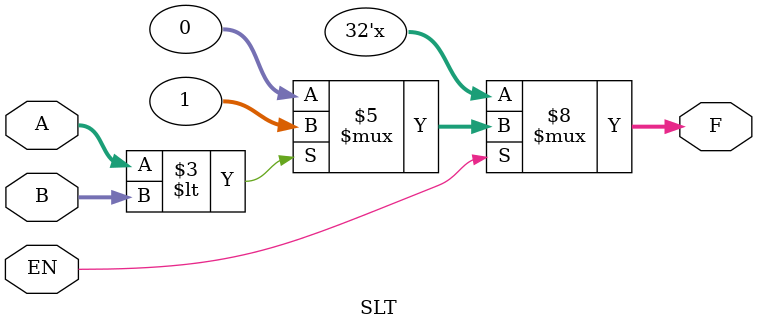
<source format=v>
`timescale 1ns / 1ps


module SLT(
    F,A,B,EN
    );//compare,if A<B,output 1;otherwise 0
    output reg[31:0] F;
    input [31:0]A,B;
    input EN;
    
    always @(A,B,EN) begin
        if (EN==0) F<=32'bz;
        else begin
            if (A<B) F<=1;
            else F<=0;
            end
    end
endmodule

</source>
